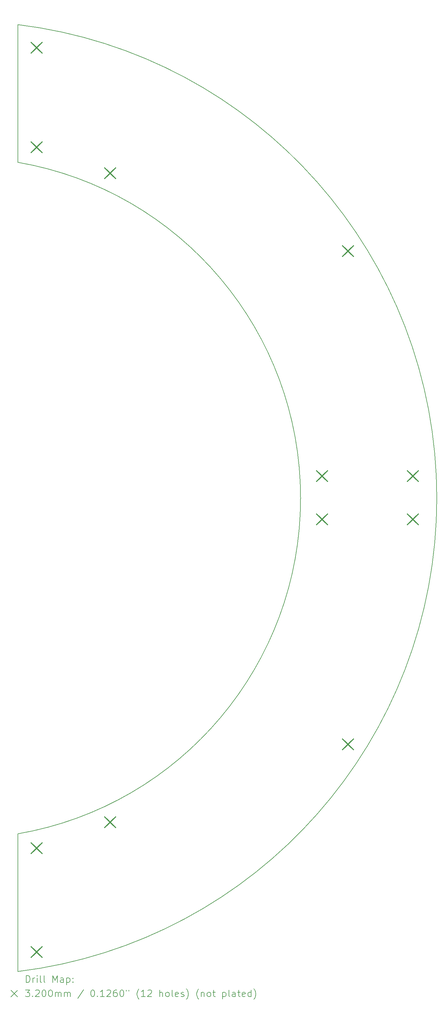
<source format=gbr>
%TF.GenerationSoftware,KiCad,Pcbnew,7.0.1-3b83917a11~172~ubuntu20.04.1*%
%TF.CreationDate,2023-04-20T10:58:05+02:00*%
%TF.ProjectId,forcast,666f7263-6173-4742-9e6b-696361645f70,rev?*%
%TF.SameCoordinates,Original*%
%TF.FileFunction,Drillmap*%
%TF.FilePolarity,Positive*%
%FSLAX45Y45*%
G04 Gerber Fmt 4.5, Leading zero omitted, Abs format (unit mm)*
G04 Created by KiCad (PCBNEW 7.0.1-3b83917a11~172~ubuntu20.04.1) date 2023-04-20 10:58:05*
%MOMM*%
%LPD*%
G01*
G04 APERTURE LIST*
%ADD10C,0.130000*%
%ADD11C,0.200000*%
%ADD12C,0.320000*%
G04 APERTURE END LIST*
D10*
X17990500Y-34352902D02*
X17990500Y-30310941D01*
X17990500Y-34352902D02*
G75*
G03*
X17990500Y-6560098I-1700000J13896402D01*
G01*
X17990500Y-10602059D02*
X17990500Y-6560098D01*
X17990500Y-30310940D02*
G75*
G03*
X17990500Y-10602060I-1700000J9854440D01*
G01*
D11*
D12*
X18382000Y-7079000D02*
X18702000Y-7399000D01*
X18702000Y-7079000D02*
X18382000Y-7399000D01*
X18382000Y-10000000D02*
X18702000Y-10320000D01*
X18702000Y-10000000D02*
X18382000Y-10320000D01*
X18382000Y-30574000D02*
X18702000Y-30894000D01*
X18702000Y-30574000D02*
X18382000Y-30894000D01*
X18382000Y-33622000D02*
X18702000Y-33942000D01*
X18702000Y-33622000D02*
X18382000Y-33942000D01*
X20541000Y-10762000D02*
X20861000Y-11082000D01*
X20861000Y-10762000D02*
X20541000Y-11082000D01*
X20541000Y-29812000D02*
X20861000Y-30132000D01*
X20861000Y-29812000D02*
X20541000Y-30132000D01*
X26764000Y-19652000D02*
X27084000Y-19972000D01*
X27084000Y-19652000D02*
X26764000Y-19972000D01*
X26764000Y-20922000D02*
X27084000Y-21242000D01*
X27084000Y-20922000D02*
X26764000Y-21242000D01*
X27526000Y-13048000D02*
X27846000Y-13368000D01*
X27846000Y-13048000D02*
X27526000Y-13368000D01*
X27526000Y-27526000D02*
X27846000Y-27846000D01*
X27846000Y-27526000D02*
X27526000Y-27846000D01*
X29431000Y-19652000D02*
X29751000Y-19972000D01*
X29751000Y-19652000D02*
X29431000Y-19972000D01*
X29431000Y-20922000D02*
X29751000Y-21242000D01*
X29751000Y-20922000D02*
X29431000Y-21242000D01*
D11*
X18231619Y-34671926D02*
X18231619Y-34471926D01*
X18231619Y-34471926D02*
X18279238Y-34471926D01*
X18279238Y-34471926D02*
X18307810Y-34481450D01*
X18307810Y-34481450D02*
X18326857Y-34500498D01*
X18326857Y-34500498D02*
X18336381Y-34519545D01*
X18336381Y-34519545D02*
X18345905Y-34557640D01*
X18345905Y-34557640D02*
X18345905Y-34586212D01*
X18345905Y-34586212D02*
X18336381Y-34624307D01*
X18336381Y-34624307D02*
X18326857Y-34643355D01*
X18326857Y-34643355D02*
X18307810Y-34662402D01*
X18307810Y-34662402D02*
X18279238Y-34671926D01*
X18279238Y-34671926D02*
X18231619Y-34671926D01*
X18431619Y-34671926D02*
X18431619Y-34538593D01*
X18431619Y-34576688D02*
X18441143Y-34557640D01*
X18441143Y-34557640D02*
X18450667Y-34548117D01*
X18450667Y-34548117D02*
X18469714Y-34538593D01*
X18469714Y-34538593D02*
X18488762Y-34538593D01*
X18555429Y-34671926D02*
X18555429Y-34538593D01*
X18555429Y-34471926D02*
X18545905Y-34481450D01*
X18545905Y-34481450D02*
X18555429Y-34490974D01*
X18555429Y-34490974D02*
X18564952Y-34481450D01*
X18564952Y-34481450D02*
X18555429Y-34471926D01*
X18555429Y-34471926D02*
X18555429Y-34490974D01*
X18679238Y-34671926D02*
X18660190Y-34662402D01*
X18660190Y-34662402D02*
X18650667Y-34643355D01*
X18650667Y-34643355D02*
X18650667Y-34471926D01*
X18784000Y-34671926D02*
X18764952Y-34662402D01*
X18764952Y-34662402D02*
X18755429Y-34643355D01*
X18755429Y-34643355D02*
X18755429Y-34471926D01*
X19012571Y-34671926D02*
X19012571Y-34471926D01*
X19012571Y-34471926D02*
X19079238Y-34614783D01*
X19079238Y-34614783D02*
X19145905Y-34471926D01*
X19145905Y-34471926D02*
X19145905Y-34671926D01*
X19326857Y-34671926D02*
X19326857Y-34567164D01*
X19326857Y-34567164D02*
X19317333Y-34548117D01*
X19317333Y-34548117D02*
X19298286Y-34538593D01*
X19298286Y-34538593D02*
X19260190Y-34538593D01*
X19260190Y-34538593D02*
X19241143Y-34548117D01*
X19326857Y-34662402D02*
X19307810Y-34671926D01*
X19307810Y-34671926D02*
X19260190Y-34671926D01*
X19260190Y-34671926D02*
X19241143Y-34662402D01*
X19241143Y-34662402D02*
X19231619Y-34643355D01*
X19231619Y-34643355D02*
X19231619Y-34624307D01*
X19231619Y-34624307D02*
X19241143Y-34605260D01*
X19241143Y-34605260D02*
X19260190Y-34595736D01*
X19260190Y-34595736D02*
X19307810Y-34595736D01*
X19307810Y-34595736D02*
X19326857Y-34586212D01*
X19422095Y-34538593D02*
X19422095Y-34738593D01*
X19422095Y-34548117D02*
X19441143Y-34538593D01*
X19441143Y-34538593D02*
X19479238Y-34538593D01*
X19479238Y-34538593D02*
X19498286Y-34548117D01*
X19498286Y-34548117D02*
X19507810Y-34557640D01*
X19507810Y-34557640D02*
X19517333Y-34576688D01*
X19517333Y-34576688D02*
X19517333Y-34633831D01*
X19517333Y-34633831D02*
X19507810Y-34652879D01*
X19507810Y-34652879D02*
X19498286Y-34662402D01*
X19498286Y-34662402D02*
X19479238Y-34671926D01*
X19479238Y-34671926D02*
X19441143Y-34671926D01*
X19441143Y-34671926D02*
X19422095Y-34662402D01*
X19603048Y-34652879D02*
X19612571Y-34662402D01*
X19612571Y-34662402D02*
X19603048Y-34671926D01*
X19603048Y-34671926D02*
X19593524Y-34662402D01*
X19593524Y-34662402D02*
X19603048Y-34652879D01*
X19603048Y-34652879D02*
X19603048Y-34671926D01*
X19603048Y-34548117D02*
X19612571Y-34557640D01*
X19612571Y-34557640D02*
X19603048Y-34567164D01*
X19603048Y-34567164D02*
X19593524Y-34557640D01*
X19593524Y-34557640D02*
X19603048Y-34548117D01*
X19603048Y-34548117D02*
X19603048Y-34567164D01*
X17784000Y-34899402D02*
X17984000Y-35099402D01*
X17984000Y-34899402D02*
X17784000Y-35099402D01*
X18212571Y-34891926D02*
X18336381Y-34891926D01*
X18336381Y-34891926D02*
X18269714Y-34968117D01*
X18269714Y-34968117D02*
X18298286Y-34968117D01*
X18298286Y-34968117D02*
X18317333Y-34977640D01*
X18317333Y-34977640D02*
X18326857Y-34987164D01*
X18326857Y-34987164D02*
X18336381Y-35006212D01*
X18336381Y-35006212D02*
X18336381Y-35053831D01*
X18336381Y-35053831D02*
X18326857Y-35072879D01*
X18326857Y-35072879D02*
X18317333Y-35082402D01*
X18317333Y-35082402D02*
X18298286Y-35091926D01*
X18298286Y-35091926D02*
X18241143Y-35091926D01*
X18241143Y-35091926D02*
X18222095Y-35082402D01*
X18222095Y-35082402D02*
X18212571Y-35072879D01*
X18422095Y-35072879D02*
X18431619Y-35082402D01*
X18431619Y-35082402D02*
X18422095Y-35091926D01*
X18422095Y-35091926D02*
X18412571Y-35082402D01*
X18412571Y-35082402D02*
X18422095Y-35072879D01*
X18422095Y-35072879D02*
X18422095Y-35091926D01*
X18507810Y-34910974D02*
X18517333Y-34901450D01*
X18517333Y-34901450D02*
X18536381Y-34891926D01*
X18536381Y-34891926D02*
X18584000Y-34891926D01*
X18584000Y-34891926D02*
X18603048Y-34901450D01*
X18603048Y-34901450D02*
X18612571Y-34910974D01*
X18612571Y-34910974D02*
X18622095Y-34930021D01*
X18622095Y-34930021D02*
X18622095Y-34949069D01*
X18622095Y-34949069D02*
X18612571Y-34977640D01*
X18612571Y-34977640D02*
X18498286Y-35091926D01*
X18498286Y-35091926D02*
X18622095Y-35091926D01*
X18745905Y-34891926D02*
X18764952Y-34891926D01*
X18764952Y-34891926D02*
X18784000Y-34901450D01*
X18784000Y-34901450D02*
X18793524Y-34910974D01*
X18793524Y-34910974D02*
X18803048Y-34930021D01*
X18803048Y-34930021D02*
X18812571Y-34968117D01*
X18812571Y-34968117D02*
X18812571Y-35015736D01*
X18812571Y-35015736D02*
X18803048Y-35053831D01*
X18803048Y-35053831D02*
X18793524Y-35072879D01*
X18793524Y-35072879D02*
X18784000Y-35082402D01*
X18784000Y-35082402D02*
X18764952Y-35091926D01*
X18764952Y-35091926D02*
X18745905Y-35091926D01*
X18745905Y-35091926D02*
X18726857Y-35082402D01*
X18726857Y-35082402D02*
X18717333Y-35072879D01*
X18717333Y-35072879D02*
X18707810Y-35053831D01*
X18707810Y-35053831D02*
X18698286Y-35015736D01*
X18698286Y-35015736D02*
X18698286Y-34968117D01*
X18698286Y-34968117D02*
X18707810Y-34930021D01*
X18707810Y-34930021D02*
X18717333Y-34910974D01*
X18717333Y-34910974D02*
X18726857Y-34901450D01*
X18726857Y-34901450D02*
X18745905Y-34891926D01*
X18936381Y-34891926D02*
X18955429Y-34891926D01*
X18955429Y-34891926D02*
X18974476Y-34901450D01*
X18974476Y-34901450D02*
X18984000Y-34910974D01*
X18984000Y-34910974D02*
X18993524Y-34930021D01*
X18993524Y-34930021D02*
X19003048Y-34968117D01*
X19003048Y-34968117D02*
X19003048Y-35015736D01*
X19003048Y-35015736D02*
X18993524Y-35053831D01*
X18993524Y-35053831D02*
X18984000Y-35072879D01*
X18984000Y-35072879D02*
X18974476Y-35082402D01*
X18974476Y-35082402D02*
X18955429Y-35091926D01*
X18955429Y-35091926D02*
X18936381Y-35091926D01*
X18936381Y-35091926D02*
X18917333Y-35082402D01*
X18917333Y-35082402D02*
X18907810Y-35072879D01*
X18907810Y-35072879D02*
X18898286Y-35053831D01*
X18898286Y-35053831D02*
X18888762Y-35015736D01*
X18888762Y-35015736D02*
X18888762Y-34968117D01*
X18888762Y-34968117D02*
X18898286Y-34930021D01*
X18898286Y-34930021D02*
X18907810Y-34910974D01*
X18907810Y-34910974D02*
X18917333Y-34901450D01*
X18917333Y-34901450D02*
X18936381Y-34891926D01*
X19088762Y-35091926D02*
X19088762Y-34958593D01*
X19088762Y-34977640D02*
X19098286Y-34968117D01*
X19098286Y-34968117D02*
X19117333Y-34958593D01*
X19117333Y-34958593D02*
X19145905Y-34958593D01*
X19145905Y-34958593D02*
X19164952Y-34968117D01*
X19164952Y-34968117D02*
X19174476Y-34987164D01*
X19174476Y-34987164D02*
X19174476Y-35091926D01*
X19174476Y-34987164D02*
X19184000Y-34968117D01*
X19184000Y-34968117D02*
X19203048Y-34958593D01*
X19203048Y-34958593D02*
X19231619Y-34958593D01*
X19231619Y-34958593D02*
X19250667Y-34968117D01*
X19250667Y-34968117D02*
X19260191Y-34987164D01*
X19260191Y-34987164D02*
X19260191Y-35091926D01*
X19355429Y-35091926D02*
X19355429Y-34958593D01*
X19355429Y-34977640D02*
X19364952Y-34968117D01*
X19364952Y-34968117D02*
X19384000Y-34958593D01*
X19384000Y-34958593D02*
X19412572Y-34958593D01*
X19412572Y-34958593D02*
X19431619Y-34968117D01*
X19431619Y-34968117D02*
X19441143Y-34987164D01*
X19441143Y-34987164D02*
X19441143Y-35091926D01*
X19441143Y-34987164D02*
X19450667Y-34968117D01*
X19450667Y-34968117D02*
X19469714Y-34958593D01*
X19469714Y-34958593D02*
X19498286Y-34958593D01*
X19498286Y-34958593D02*
X19517333Y-34968117D01*
X19517333Y-34968117D02*
X19526857Y-34987164D01*
X19526857Y-34987164D02*
X19526857Y-35091926D01*
X19917333Y-34882402D02*
X19745905Y-35139545D01*
X20174476Y-34891926D02*
X20193524Y-34891926D01*
X20193524Y-34891926D02*
X20212572Y-34901450D01*
X20212572Y-34901450D02*
X20222095Y-34910974D01*
X20222095Y-34910974D02*
X20231619Y-34930021D01*
X20231619Y-34930021D02*
X20241143Y-34968117D01*
X20241143Y-34968117D02*
X20241143Y-35015736D01*
X20241143Y-35015736D02*
X20231619Y-35053831D01*
X20231619Y-35053831D02*
X20222095Y-35072879D01*
X20222095Y-35072879D02*
X20212572Y-35082402D01*
X20212572Y-35082402D02*
X20193524Y-35091926D01*
X20193524Y-35091926D02*
X20174476Y-35091926D01*
X20174476Y-35091926D02*
X20155429Y-35082402D01*
X20155429Y-35082402D02*
X20145905Y-35072879D01*
X20145905Y-35072879D02*
X20136381Y-35053831D01*
X20136381Y-35053831D02*
X20126857Y-35015736D01*
X20126857Y-35015736D02*
X20126857Y-34968117D01*
X20126857Y-34968117D02*
X20136381Y-34930021D01*
X20136381Y-34930021D02*
X20145905Y-34910974D01*
X20145905Y-34910974D02*
X20155429Y-34901450D01*
X20155429Y-34901450D02*
X20174476Y-34891926D01*
X20326857Y-35072879D02*
X20336381Y-35082402D01*
X20336381Y-35082402D02*
X20326857Y-35091926D01*
X20326857Y-35091926D02*
X20317334Y-35082402D01*
X20317334Y-35082402D02*
X20326857Y-35072879D01*
X20326857Y-35072879D02*
X20326857Y-35091926D01*
X20526857Y-35091926D02*
X20412572Y-35091926D01*
X20469714Y-35091926D02*
X20469714Y-34891926D01*
X20469714Y-34891926D02*
X20450667Y-34920498D01*
X20450667Y-34920498D02*
X20431619Y-34939545D01*
X20431619Y-34939545D02*
X20412572Y-34949069D01*
X20603048Y-34910974D02*
X20612572Y-34901450D01*
X20612572Y-34901450D02*
X20631619Y-34891926D01*
X20631619Y-34891926D02*
X20679238Y-34891926D01*
X20679238Y-34891926D02*
X20698286Y-34901450D01*
X20698286Y-34901450D02*
X20707810Y-34910974D01*
X20707810Y-34910974D02*
X20717334Y-34930021D01*
X20717334Y-34930021D02*
X20717334Y-34949069D01*
X20717334Y-34949069D02*
X20707810Y-34977640D01*
X20707810Y-34977640D02*
X20593524Y-35091926D01*
X20593524Y-35091926D02*
X20717334Y-35091926D01*
X20888762Y-34891926D02*
X20850667Y-34891926D01*
X20850667Y-34891926D02*
X20831619Y-34901450D01*
X20831619Y-34901450D02*
X20822095Y-34910974D01*
X20822095Y-34910974D02*
X20803048Y-34939545D01*
X20803048Y-34939545D02*
X20793524Y-34977640D01*
X20793524Y-34977640D02*
X20793524Y-35053831D01*
X20793524Y-35053831D02*
X20803048Y-35072879D01*
X20803048Y-35072879D02*
X20812572Y-35082402D01*
X20812572Y-35082402D02*
X20831619Y-35091926D01*
X20831619Y-35091926D02*
X20869715Y-35091926D01*
X20869715Y-35091926D02*
X20888762Y-35082402D01*
X20888762Y-35082402D02*
X20898286Y-35072879D01*
X20898286Y-35072879D02*
X20907810Y-35053831D01*
X20907810Y-35053831D02*
X20907810Y-35006212D01*
X20907810Y-35006212D02*
X20898286Y-34987164D01*
X20898286Y-34987164D02*
X20888762Y-34977640D01*
X20888762Y-34977640D02*
X20869715Y-34968117D01*
X20869715Y-34968117D02*
X20831619Y-34968117D01*
X20831619Y-34968117D02*
X20812572Y-34977640D01*
X20812572Y-34977640D02*
X20803048Y-34987164D01*
X20803048Y-34987164D02*
X20793524Y-35006212D01*
X21031619Y-34891926D02*
X21050667Y-34891926D01*
X21050667Y-34891926D02*
X21069715Y-34901450D01*
X21069715Y-34901450D02*
X21079238Y-34910974D01*
X21079238Y-34910974D02*
X21088762Y-34930021D01*
X21088762Y-34930021D02*
X21098286Y-34968117D01*
X21098286Y-34968117D02*
X21098286Y-35015736D01*
X21098286Y-35015736D02*
X21088762Y-35053831D01*
X21088762Y-35053831D02*
X21079238Y-35072879D01*
X21079238Y-35072879D02*
X21069715Y-35082402D01*
X21069715Y-35082402D02*
X21050667Y-35091926D01*
X21050667Y-35091926D02*
X21031619Y-35091926D01*
X21031619Y-35091926D02*
X21012572Y-35082402D01*
X21012572Y-35082402D02*
X21003048Y-35072879D01*
X21003048Y-35072879D02*
X20993524Y-35053831D01*
X20993524Y-35053831D02*
X20984000Y-35015736D01*
X20984000Y-35015736D02*
X20984000Y-34968117D01*
X20984000Y-34968117D02*
X20993524Y-34930021D01*
X20993524Y-34930021D02*
X21003048Y-34910974D01*
X21003048Y-34910974D02*
X21012572Y-34901450D01*
X21012572Y-34901450D02*
X21031619Y-34891926D01*
X21174476Y-34891926D02*
X21174476Y-34930021D01*
X21250667Y-34891926D02*
X21250667Y-34930021D01*
X21545905Y-35168117D02*
X21536381Y-35158593D01*
X21536381Y-35158593D02*
X21517334Y-35130021D01*
X21517334Y-35130021D02*
X21507810Y-35110974D01*
X21507810Y-35110974D02*
X21498286Y-35082402D01*
X21498286Y-35082402D02*
X21488762Y-35034783D01*
X21488762Y-35034783D02*
X21488762Y-34996688D01*
X21488762Y-34996688D02*
X21498286Y-34949069D01*
X21498286Y-34949069D02*
X21507810Y-34920498D01*
X21507810Y-34920498D02*
X21517334Y-34901450D01*
X21517334Y-34901450D02*
X21536381Y-34872879D01*
X21536381Y-34872879D02*
X21545905Y-34863355D01*
X21726857Y-35091926D02*
X21612572Y-35091926D01*
X21669715Y-35091926D02*
X21669715Y-34891926D01*
X21669715Y-34891926D02*
X21650667Y-34920498D01*
X21650667Y-34920498D02*
X21631619Y-34939545D01*
X21631619Y-34939545D02*
X21612572Y-34949069D01*
X21803048Y-34910974D02*
X21812572Y-34901450D01*
X21812572Y-34901450D02*
X21831619Y-34891926D01*
X21831619Y-34891926D02*
X21879238Y-34891926D01*
X21879238Y-34891926D02*
X21898286Y-34901450D01*
X21898286Y-34901450D02*
X21907810Y-34910974D01*
X21907810Y-34910974D02*
X21917334Y-34930021D01*
X21917334Y-34930021D02*
X21917334Y-34949069D01*
X21917334Y-34949069D02*
X21907810Y-34977640D01*
X21907810Y-34977640D02*
X21793524Y-35091926D01*
X21793524Y-35091926D02*
X21917334Y-35091926D01*
X22155429Y-35091926D02*
X22155429Y-34891926D01*
X22241143Y-35091926D02*
X22241143Y-34987164D01*
X22241143Y-34987164D02*
X22231619Y-34968117D01*
X22231619Y-34968117D02*
X22212572Y-34958593D01*
X22212572Y-34958593D02*
X22184000Y-34958593D01*
X22184000Y-34958593D02*
X22164953Y-34968117D01*
X22164953Y-34968117D02*
X22155429Y-34977640D01*
X22364953Y-35091926D02*
X22345905Y-35082402D01*
X22345905Y-35082402D02*
X22336381Y-35072879D01*
X22336381Y-35072879D02*
X22326858Y-35053831D01*
X22326858Y-35053831D02*
X22326858Y-34996688D01*
X22326858Y-34996688D02*
X22336381Y-34977640D01*
X22336381Y-34977640D02*
X22345905Y-34968117D01*
X22345905Y-34968117D02*
X22364953Y-34958593D01*
X22364953Y-34958593D02*
X22393524Y-34958593D01*
X22393524Y-34958593D02*
X22412572Y-34968117D01*
X22412572Y-34968117D02*
X22422096Y-34977640D01*
X22422096Y-34977640D02*
X22431619Y-34996688D01*
X22431619Y-34996688D02*
X22431619Y-35053831D01*
X22431619Y-35053831D02*
X22422096Y-35072879D01*
X22422096Y-35072879D02*
X22412572Y-35082402D01*
X22412572Y-35082402D02*
X22393524Y-35091926D01*
X22393524Y-35091926D02*
X22364953Y-35091926D01*
X22545905Y-35091926D02*
X22526857Y-35082402D01*
X22526857Y-35082402D02*
X22517334Y-35063355D01*
X22517334Y-35063355D02*
X22517334Y-34891926D01*
X22698286Y-35082402D02*
X22679238Y-35091926D01*
X22679238Y-35091926D02*
X22641143Y-35091926D01*
X22641143Y-35091926D02*
X22622096Y-35082402D01*
X22622096Y-35082402D02*
X22612572Y-35063355D01*
X22612572Y-35063355D02*
X22612572Y-34987164D01*
X22612572Y-34987164D02*
X22622096Y-34968117D01*
X22622096Y-34968117D02*
X22641143Y-34958593D01*
X22641143Y-34958593D02*
X22679238Y-34958593D01*
X22679238Y-34958593D02*
X22698286Y-34968117D01*
X22698286Y-34968117D02*
X22707810Y-34987164D01*
X22707810Y-34987164D02*
X22707810Y-35006212D01*
X22707810Y-35006212D02*
X22612572Y-35025260D01*
X22784000Y-35082402D02*
X22803048Y-35091926D01*
X22803048Y-35091926D02*
X22841143Y-35091926D01*
X22841143Y-35091926D02*
X22860191Y-35082402D01*
X22860191Y-35082402D02*
X22869715Y-35063355D01*
X22869715Y-35063355D02*
X22869715Y-35053831D01*
X22869715Y-35053831D02*
X22860191Y-35034783D01*
X22860191Y-35034783D02*
X22841143Y-35025260D01*
X22841143Y-35025260D02*
X22812572Y-35025260D01*
X22812572Y-35025260D02*
X22793524Y-35015736D01*
X22793524Y-35015736D02*
X22784000Y-34996688D01*
X22784000Y-34996688D02*
X22784000Y-34987164D01*
X22784000Y-34987164D02*
X22793524Y-34968117D01*
X22793524Y-34968117D02*
X22812572Y-34958593D01*
X22812572Y-34958593D02*
X22841143Y-34958593D01*
X22841143Y-34958593D02*
X22860191Y-34968117D01*
X22936381Y-35168117D02*
X22945905Y-35158593D01*
X22945905Y-35158593D02*
X22964953Y-35130021D01*
X22964953Y-35130021D02*
X22974477Y-35110974D01*
X22974477Y-35110974D02*
X22984000Y-35082402D01*
X22984000Y-35082402D02*
X22993524Y-35034783D01*
X22993524Y-35034783D02*
X22993524Y-34996688D01*
X22993524Y-34996688D02*
X22984000Y-34949069D01*
X22984000Y-34949069D02*
X22974477Y-34920498D01*
X22974477Y-34920498D02*
X22964953Y-34901450D01*
X22964953Y-34901450D02*
X22945905Y-34872879D01*
X22945905Y-34872879D02*
X22936381Y-34863355D01*
X23298286Y-35168117D02*
X23288762Y-35158593D01*
X23288762Y-35158593D02*
X23269715Y-35130021D01*
X23269715Y-35130021D02*
X23260191Y-35110974D01*
X23260191Y-35110974D02*
X23250667Y-35082402D01*
X23250667Y-35082402D02*
X23241143Y-35034783D01*
X23241143Y-35034783D02*
X23241143Y-34996688D01*
X23241143Y-34996688D02*
X23250667Y-34949069D01*
X23250667Y-34949069D02*
X23260191Y-34920498D01*
X23260191Y-34920498D02*
X23269715Y-34901450D01*
X23269715Y-34901450D02*
X23288762Y-34872879D01*
X23288762Y-34872879D02*
X23298286Y-34863355D01*
X23374477Y-34958593D02*
X23374477Y-35091926D01*
X23374477Y-34977640D02*
X23384000Y-34968117D01*
X23384000Y-34968117D02*
X23403048Y-34958593D01*
X23403048Y-34958593D02*
X23431619Y-34958593D01*
X23431619Y-34958593D02*
X23450667Y-34968117D01*
X23450667Y-34968117D02*
X23460191Y-34987164D01*
X23460191Y-34987164D02*
X23460191Y-35091926D01*
X23584000Y-35091926D02*
X23564953Y-35082402D01*
X23564953Y-35082402D02*
X23555429Y-35072879D01*
X23555429Y-35072879D02*
X23545905Y-35053831D01*
X23545905Y-35053831D02*
X23545905Y-34996688D01*
X23545905Y-34996688D02*
X23555429Y-34977640D01*
X23555429Y-34977640D02*
X23564953Y-34968117D01*
X23564953Y-34968117D02*
X23584000Y-34958593D01*
X23584000Y-34958593D02*
X23612572Y-34958593D01*
X23612572Y-34958593D02*
X23631619Y-34968117D01*
X23631619Y-34968117D02*
X23641143Y-34977640D01*
X23641143Y-34977640D02*
X23650667Y-34996688D01*
X23650667Y-34996688D02*
X23650667Y-35053831D01*
X23650667Y-35053831D02*
X23641143Y-35072879D01*
X23641143Y-35072879D02*
X23631619Y-35082402D01*
X23631619Y-35082402D02*
X23612572Y-35091926D01*
X23612572Y-35091926D02*
X23584000Y-35091926D01*
X23707810Y-34958593D02*
X23784000Y-34958593D01*
X23736381Y-34891926D02*
X23736381Y-35063355D01*
X23736381Y-35063355D02*
X23745905Y-35082402D01*
X23745905Y-35082402D02*
X23764953Y-35091926D01*
X23764953Y-35091926D02*
X23784000Y-35091926D01*
X24003048Y-34958593D02*
X24003048Y-35158593D01*
X24003048Y-34968117D02*
X24022096Y-34958593D01*
X24022096Y-34958593D02*
X24060191Y-34958593D01*
X24060191Y-34958593D02*
X24079239Y-34968117D01*
X24079239Y-34968117D02*
X24088762Y-34977640D01*
X24088762Y-34977640D02*
X24098286Y-34996688D01*
X24098286Y-34996688D02*
X24098286Y-35053831D01*
X24098286Y-35053831D02*
X24088762Y-35072879D01*
X24088762Y-35072879D02*
X24079239Y-35082402D01*
X24079239Y-35082402D02*
X24060191Y-35091926D01*
X24060191Y-35091926D02*
X24022096Y-35091926D01*
X24022096Y-35091926D02*
X24003048Y-35082402D01*
X24212572Y-35091926D02*
X24193524Y-35082402D01*
X24193524Y-35082402D02*
X24184000Y-35063355D01*
X24184000Y-35063355D02*
X24184000Y-34891926D01*
X24374477Y-35091926D02*
X24374477Y-34987164D01*
X24374477Y-34987164D02*
X24364953Y-34968117D01*
X24364953Y-34968117D02*
X24345905Y-34958593D01*
X24345905Y-34958593D02*
X24307810Y-34958593D01*
X24307810Y-34958593D02*
X24288762Y-34968117D01*
X24374477Y-35082402D02*
X24355429Y-35091926D01*
X24355429Y-35091926D02*
X24307810Y-35091926D01*
X24307810Y-35091926D02*
X24288762Y-35082402D01*
X24288762Y-35082402D02*
X24279239Y-35063355D01*
X24279239Y-35063355D02*
X24279239Y-35044307D01*
X24279239Y-35044307D02*
X24288762Y-35025260D01*
X24288762Y-35025260D02*
X24307810Y-35015736D01*
X24307810Y-35015736D02*
X24355429Y-35015736D01*
X24355429Y-35015736D02*
X24374477Y-35006212D01*
X24441143Y-34958593D02*
X24517334Y-34958593D01*
X24469715Y-34891926D02*
X24469715Y-35063355D01*
X24469715Y-35063355D02*
X24479239Y-35082402D01*
X24479239Y-35082402D02*
X24498286Y-35091926D01*
X24498286Y-35091926D02*
X24517334Y-35091926D01*
X24660191Y-35082402D02*
X24641143Y-35091926D01*
X24641143Y-35091926D02*
X24603048Y-35091926D01*
X24603048Y-35091926D02*
X24584000Y-35082402D01*
X24584000Y-35082402D02*
X24574477Y-35063355D01*
X24574477Y-35063355D02*
X24574477Y-34987164D01*
X24574477Y-34987164D02*
X24584000Y-34968117D01*
X24584000Y-34968117D02*
X24603048Y-34958593D01*
X24603048Y-34958593D02*
X24641143Y-34958593D01*
X24641143Y-34958593D02*
X24660191Y-34968117D01*
X24660191Y-34968117D02*
X24669715Y-34987164D01*
X24669715Y-34987164D02*
X24669715Y-35006212D01*
X24669715Y-35006212D02*
X24574477Y-35025260D01*
X24841143Y-35091926D02*
X24841143Y-34891926D01*
X24841143Y-35082402D02*
X24822096Y-35091926D01*
X24822096Y-35091926D02*
X24784000Y-35091926D01*
X24784000Y-35091926D02*
X24764953Y-35082402D01*
X24764953Y-35082402D02*
X24755429Y-35072879D01*
X24755429Y-35072879D02*
X24745905Y-35053831D01*
X24745905Y-35053831D02*
X24745905Y-34996688D01*
X24745905Y-34996688D02*
X24755429Y-34977640D01*
X24755429Y-34977640D02*
X24764953Y-34968117D01*
X24764953Y-34968117D02*
X24784000Y-34958593D01*
X24784000Y-34958593D02*
X24822096Y-34958593D01*
X24822096Y-34958593D02*
X24841143Y-34968117D01*
X24917334Y-35168117D02*
X24926858Y-35158593D01*
X24926858Y-35158593D02*
X24945905Y-35130021D01*
X24945905Y-35130021D02*
X24955429Y-35110974D01*
X24955429Y-35110974D02*
X24964953Y-35082402D01*
X24964953Y-35082402D02*
X24974477Y-35034783D01*
X24974477Y-35034783D02*
X24974477Y-34996688D01*
X24974477Y-34996688D02*
X24964953Y-34949069D01*
X24964953Y-34949069D02*
X24955429Y-34920498D01*
X24955429Y-34920498D02*
X24945905Y-34901450D01*
X24945905Y-34901450D02*
X24926858Y-34872879D01*
X24926858Y-34872879D02*
X24917334Y-34863355D01*
M02*

</source>
